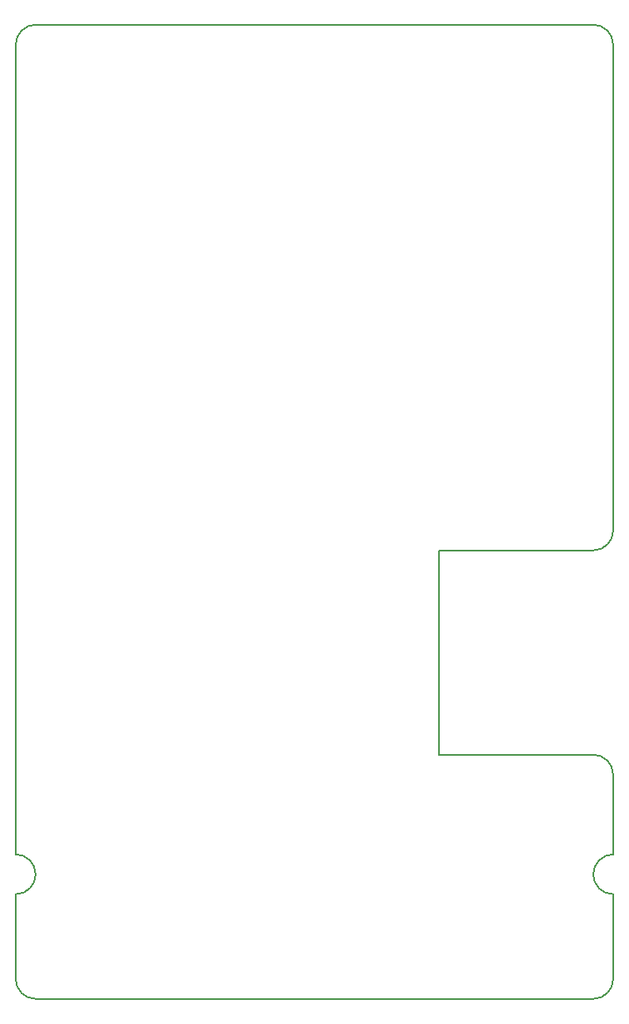
<source format=gbr>
G04 #@! TF.GenerationSoftware,KiCad,Pcbnew,(5.0.0)*
G04 #@! TF.CreationDate,2018-12-17T13:23:09-06:00*
G04 #@! TF.ProjectId,CameraBoard_Hardware,43616D657261426F6172645F48617264,rev?*
G04 #@! TF.SameCoordinates,Original*
G04 #@! TF.FileFunction,Profile,NP*
%FSLAX46Y46*%
G04 Gerber Fmt 4.6, Leading zero omitted, Abs format (unit mm)*
G04 Created by KiCad (PCBNEW (5.0.0)) date 12/17/18 13:23:09*
%MOMM*%
%LPD*%
G01*
G04 APERTURE LIST*
%ADD10C,0.150000*%
G04 APERTURE END LIST*
D10*
X86360000Y-58267600D02*
G75*
G02X88392000Y-56235600I2032000J0D01*
G01*
X88392000Y-56235600D02*
X145288000Y-56235600D01*
X86360000Y-140817600D02*
X86360000Y-58267600D01*
X145288000Y-155549600D02*
X88392000Y-155549600D01*
X147320000Y-144881600D02*
X147320000Y-153517600D01*
X147320000Y-140817600D02*
X147320000Y-132689600D01*
X129540000Y-130657600D02*
X145288000Y-130657600D01*
X129540000Y-109829600D02*
X129540000Y-130657600D01*
X145288000Y-109829600D02*
X129540000Y-109829600D01*
X147320000Y-58267600D02*
X147320000Y-107797600D01*
X145288000Y-56235600D02*
G75*
G02X147320000Y-58267600I0J-2032000D01*
G01*
X147320000Y-107797600D02*
G75*
G02X145288000Y-109829600I-2032000J0D01*
G01*
X145288000Y-130657600D02*
G75*
G02X147320000Y-132689600I0J-2032000D01*
G01*
X86360000Y-140817600D02*
G75*
G02X88392000Y-142849600I0J-2032000D01*
G01*
X88392000Y-142849600D02*
G75*
G02X86360000Y-144881600I-2032000J0D01*
G01*
X145288000Y-142849600D02*
G75*
G02X147320000Y-140817600I2032000J0D01*
G01*
X147320000Y-144881600D02*
G75*
G02X145288000Y-142849600I0J2032000D01*
G01*
X147320000Y-153517600D02*
G75*
G02X145288000Y-155549600I-2032000J0D01*
G01*
X88392000Y-155549600D02*
G75*
G02X86360000Y-153517600I0J2032000D01*
G01*
X86360000Y-144881600D02*
X86360000Y-153517600D01*
M02*

</source>
